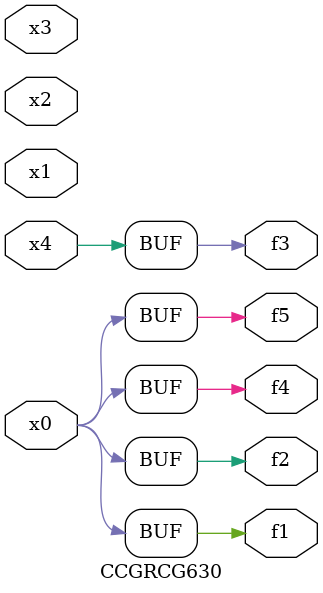
<source format=v>
module CCGRCG630(
	input x0, x1, x2, x3, x4,
	output f1, f2, f3, f4, f5
);
	assign f1 = x0;
	assign f2 = x0;
	assign f3 = x4;
	assign f4 = x0;
	assign f5 = x0;
endmodule

</source>
